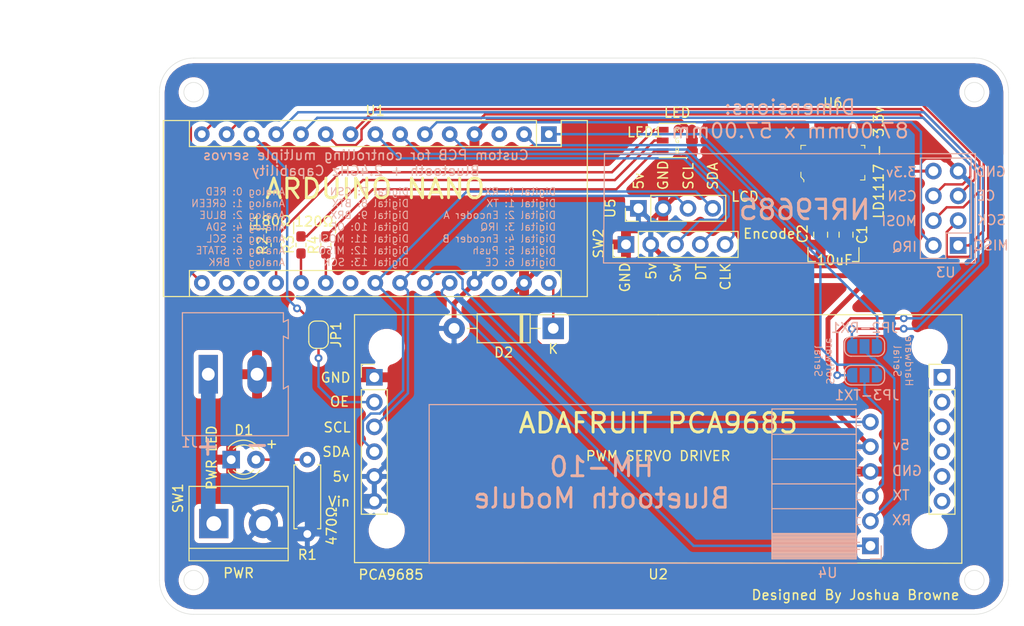
<source format=kicad_pcb>
(kicad_pcb (version 20171130) (host pcbnew "(5.1.4-0-10_14)")
  (layers (0 F.Cu signal) (31 B.Cu signal) (34 B.Paste user) (35 F.Paste user) (36 B.SilkS user) (37 F.SilkS user) (38 B.Mask user) (39 F.Mask user) (44 Edge.Cuts user))
  (net 0 "")
  (net 1 /Rx)
  (net 2 /3v3)
  (net 3 /Tx)
  (net 4 GND)
  (net 5 /OE)
  (net 6 /SDA)
  (net 7 /SCL)
  (net 8 /5v)
  (net 9 /MOSI)
  (net 10 /MISO)
  (net 11 /SCK)
  (net 12 "Net-(D1-Pad2)")
  (net 13 "Net-(J1-Pad1)")
  (net 14 /CSN)
  (net 15 /CE)
  (net 16 /EncoderA)
  (net 17 /EncoderB)
  (net 18 /Sw)
  (net 19 "Net-(JP1-Pad2)")
  (net 20 "Net-(U1-Pad17)")
  (net 21 "Net-(U1-Pad18)")
  (net 22 "Net-(U1-Pad3)")
  (net 23 "Net-(U1-Pad22)")
  (net 24 "Net-(U1-Pad28)")
  (net 25 "Net-(D2-Pad1)")
  (net 26 /BRX)
  (net 27 /BTX)
  (net 28 /State)
  (net 29 /Brk)
  (net 30 /IRQ)
  (net 31 "Net-(JP2-RX1-Pad2)")
  (net 32 "Net-(JP3-TX1-Pad2)")
  (net 33 /Red)
  (net 34 /Green)
  (net 35 /Blue)
  (net 36 "Net-(LED1-Pad6)")
  (net 37 "Net-(LED1-Pad4)")
  (net 38 "Net-(LED1-Pad5)")
  (module Module:Arduino_Nano (layer F.Cu) (at 136.7 79 270)
    (fp_text reference U1 (at -2.4 17.8 180) (layer F.SilkS))
    (fp_text value Arduino_Nano_v3.x)
    (pad 1 thru_hole rect (at 0 0 270) (size 1.6 1.6) (drill 0.8) (layers *.Cu *.Mask) (net 1 /Rx))
    (pad 17 thru_hole oval (at 15.24 33.02 270) (size 1.6 1.6) (drill 0.8) (layers *.Cu *.Mask) (net 20 "Net-(U1-Pad17)"))
    (pad 2 thru_hole oval (at 0 2.54 270) (size 1.6 1.6) (drill 0.8) (layers *.Cu *.Mask) (net 3 /Tx))
    (pad 18 thru_hole oval (at 15.24 30.48 270) (size 1.6 1.6) (drill 0.8) (layers *.Cu *.Mask) (net 21 "Net-(U1-Pad18)"))
    (pad 3 thru_hole oval (at 0 5.08 270) (size 1.6 1.6) (drill 0.8) (layers *.Cu *.Mask) (net 22 "Net-(U1-Pad3)"))
    (pad 19 thru_hole oval (at 15.24 27.94 270) (size 1.6 1.6) (drill 0.8) (layers *.Cu *.Mask) (net 33 /Red))
    (pad 4 thru_hole oval (at 0 7.62 270) (size 1.6 1.6) (drill 0.8) (layers *.Cu *.Mask) (net 4 GND))
    (pad 20 thru_hole oval (at 15.24 25.4 270) (size 1.6 1.6) (drill 0.8) (layers *.Cu *.Mask) (net 34 /Green))
    (pad 5 thru_hole oval (at 0 10.16 270) (size 1.6 1.6) (drill 0.8) (layers *.Cu *.Mask) (net 16 /EncoderA))
    (pad 21 thru_hole oval (at 15.24 22.86 270) (size 1.6 1.6) (drill 0.8) (layers *.Cu *.Mask) (net 35 /Blue))
    (pad 6 thru_hole oval (at 0 12.7 270) (size 1.6 1.6) (drill 0.8) (layers *.Cu *.Mask) (net 30 /IRQ))
    (pad 22 thru_hole oval (at 15.24 20.32 270) (size 1.6 1.6) (drill 0.8) (layers *.Cu *.Mask) (net 23 "Net-(U1-Pad22)"))
    (pad 7 thru_hole oval (at 0 15.24 270) (size 1.6 1.6) (drill 0.8) (layers *.Cu *.Mask) (net 17 /EncoderB))
    (pad 23 thru_hole oval (at 15.24 17.78 270) (size 1.6 1.6) (drill 0.8) (layers *.Cu *.Mask) (net 6 /SDA))
    (pad 8 thru_hole oval (at 0 17.78 270) (size 1.6 1.6) (drill 0.8) (layers *.Cu *.Mask) (net 18 /Sw))
    (pad 24 thru_hole oval (at 15.24 15.24 270) (size 1.6 1.6) (drill 0.8) (layers *.Cu *.Mask) (net 7 /SCL))
    (pad 9 thru_hole oval (at 0 20.32 270) (size 1.6 1.6) (drill 0.8) (layers *.Cu *.Mask) (net 15 /CE))
    (pad 25 thru_hole oval (at 15.24 12.7 270) (size 1.6 1.6) (drill 0.8) (layers *.Cu *.Mask) (net 28 /State))
    (pad 10 thru_hole oval (at 0 22.86 270) (size 1.6 1.6) (drill 0.8) (layers *.Cu *.Mask) (net 14 /CSN))
    (pad 26 thru_hole oval (at 15.24 10.16 270) (size 1.6 1.6) (drill 0.8) (layers *.Cu *.Mask) (net 29 /Brk))
    (pad 11 thru_hole oval (at 0 25.4 270) (size 1.6 1.6) (drill 0.8) (layers *.Cu *.Mask) (net 27 /BTX))
    (pad 27 thru_hole oval (at 15.24 7.62 270) (size 1.6 1.6) (drill 0.8) (layers *.Cu *.Mask) (net 8 /5v))
    (pad 12 thru_hole oval (at 0 27.94 270) (size 1.6 1.6) (drill 0.8) (layers *.Cu *.Mask) (net 26 /BRX))
    (pad 28 thru_hole oval (at 15.24 5.08 270) (size 1.6 1.6) (drill 0.8) (layers *.Cu *.Mask) (net 24 "Net-(U1-Pad28)"))
    (pad 13 thru_hole oval (at 0 30.48 270) (size 1.6 1.6) (drill 0.8) (layers *.Cu *.Mask) (net 5 /OE))
    (pad 29 thru_hole oval (at 15.24 2.54 270) (size 1.6 1.6) (drill 0.8) (layers *.Cu *.Mask) (net 4 GND))
    (pad 14 thru_hole oval (at 0 33.02 270) (size 1.6 1.6) (drill 0.8) (layers *.Cu *.Mask) (net 9 /MOSI))
    (pad 30 thru_hole oval (at 15.24 0 270) (size 1.6 1.6) (drill 0.8) (layers *.Cu *.Mask) (net 25 "Net-(D2-Pad1)"))
    (pad 15 thru_hole oval (at 0 35.56 270) (size 1.6 1.6) (drill 0.8) (layers *.Cu *.Mask) (net 10 /MISO))
    (pad 16 thru_hole oval (at 15.24 35.56 270) (size 1.6 1.6) (drill 0.8) (layers *.Cu *.Mask) (net 11 /SCK))
  )
  (module "Josh's Library:PCA9685" (layer F.Cu) (at 147.9 110.2)
    (fp_text reference U2 (at 0 13.9) (layer F.SilkS))
    (fp_text value PCA9685 (at -27.37 13.94) (layer F.SilkS))
    (fp_text user "ADAFRUIT PCA9685" (at 0 -1.5875) (layer F.SilkS) (effects (font (size 2 2) (thickness 0.3))))
    (fp_text user "PWM SERVO DRIVER" (at 0 1.778) (layer F.SilkS))
    (pad 1 thru_hole rect (at -29.083 -6.2865) (size 1.7 1.7) (drill 1) (layers *.Cu *.Mask) (net 4 GND))
    (pad 2 thru_hole oval (at -29.083 -3.7465) (size 1.7 1.7) (drill 1) (layers *.Cu *.Mask) (net 19 "Net-(JP1-Pad2)"))
    (pad 3 thru_hole oval (at -29.083 -1.2065) (size 1.7 1.7) (drill 1) (layers *.Cu *.Mask) (net 7 /SCL))
    (pad 4 thru_hole oval (at -29.083 1.3335) (size 1.7 1.7) (drill 1) (layers *.Cu *.Mask) (net 6 /SDA))
    (pad 5 thru_hole oval (at -29.083 3.8735) (size 1.7 1.7) (drill 1) (layers *.Cu *.Mask) (net 8 /5v))
    (pad 6 thru_hole oval (at -29.083 6.4135) (size 1.7 1.7) (drill 1) (layers *.Cu *.Mask) (net 8 /5v))
    (pad "" thru_hole oval (at 29.083 -3.7465) (size 1.7 1.7) (drill 1) (layers *.Cu *.Mask))
    (pad "" thru_hole rect (at 29.083 -6.2865) (size 1.7 1.7) (drill 1) (layers *.Cu *.Mask))
    (pad "" thru_hole oval (at 29.083 6.4135) (size 1.7 1.7) (drill 1) (layers *.Cu *.Mask))
    (pad "" thru_hole oval (at 29.083 3.8735) (size 1.7 1.7) (drill 1) (layers *.Cu *.Mask))
    (pad "" thru_hole oval (at 29.083 1.3335) (size 1.7 1.7) (drill 1) (layers *.Cu *.Mask))
    (pad "" thru_hole oval (at 29.083 -1.2065) (size 1.7 1.7) (drill 1) (layers *.Cu *.Mask))
    (pad "" np_thru_hole circle (at -27.813 -9.398) (size 2.7 2.7) (drill 2.7) (layers *.Cu *.Mask))
    (pad "" np_thru_hole circle (at -27.813 9.398) (size 2.7 2.7) (drill 2.7) (layers *.Cu *.Mask))
    (pad "" np_thru_hole circle (at 27.813 -9.398) (size 2.7 2.7) (drill 2.7) (layers *.Cu *.Mask))
    (pad "" np_thru_hole circle (at 27.813 9.4615) (size 2.7 2.7) (drill 2.7) (layers *.Cu *.Mask))
  )
  (module Connector_PinHeader_2.54mm:PinHeader_1x05_P2.54mm_Vertical (layer F.Cu) (at 144.6 90.3 90)
    (fp_text reference SW2 (at 0.1 -2.8 90) (layer F.SilkS))
    (fp_text value Rotary_Encoder_Switch)
    (pad 5 thru_hole rect (at 0 0 90) (size 1.7 1.7) (drill 1) (layers *.Cu *.Mask) (net 4 GND))
    (pad 2 thru_hole oval (at 0 2.54 90) (size 1.7 1.7) (drill 1) (layers *.Cu *.Mask) (net 8 /5v))
    (pad 4 thru_hole oval (at 0 5.08 90) (size 1.7 1.7) (drill 1) (layers *.Cu *.Mask) (net 18 /Sw))
    (pad 3 thru_hole oval (at 0 7.62 90) (size 1.7 1.7) (drill 1) (layers *.Cu *.Mask) (net 17 /EncoderB))
    (pad 1 thru_hole oval (at 0 10.16 90) (size 1.7 1.7) (drill 1) (layers *.Cu *.Mask) (net 16 /EncoderA))
  )
  (module Jumper:SolderJumper-3_P1.3mm_Open_RoundedPad1.0x1.5mm (layer B.Cu) (at 169.05 103.7)
    (fp_text reference JP3-TX1 (at 0.25 2.05) (layer B.SilkS) (effects (justify mirror)))
    (fp_text value Tx)
    (pad 1 smd custom (at -1.3 0) (size 1 0.5) (layers B.Cu B.Mask) (net 27 /BTX) (options (clearance outline) (anchor rect)) (primitives (gr_circle (center 0 -0.25) (end 0.5 -0.25) (width 0)) (gr_circle (center 0 0.25) (end 0.5 0.25) (width 0)) (gr_poly (pts (xy 0.55 0.75) (xy 0 0.75) (xy 0 -0.75) (xy 0.55 -0.75)) (width 0))))
    (pad 3 smd custom (at 1.3 0) (size 1 0.5) (layers B.Cu B.Mask) (net 3 /Tx) (options (clearance outline) (anchor rect)) (primitives (gr_circle (center 0 -0.25) (end 0.5 -0.25) (width 0)) (gr_circle (center 0 0.25) (end 0.5 0.25) (width 0)) (gr_poly (pts (xy -0.55 0.75) (xy 0 0.75) (xy 0 -0.75) (xy -0.55 -0.75)) (width 0))))
    (pad 2 smd rect (at 0 0) (size 1 1.5) (layers B.Cu B.Mask) (net 32 "Net-(JP3-TX1-Pad2)"))
  )
  (module Jumper:SolderJumper-3_P1.3mm_Open_RoundedPad1.0x1.5mm (layer B.Cu) (at 169.05 100.75)
    (fp_text reference JP2-RX1 (at 0 -1.9) (layer B.SilkS) (effects (justify mirror)))
    (fp_text value Rx)
    (pad 1 smd custom (at -1.3 0) (size 1 0.5) (layers B.Cu B.Mask) (net 26 /BRX) (options (clearance outline) (anchor rect)) (primitives (gr_circle (center 0 -0.25) (end 0.5 -0.25) (width 0)) (gr_circle (center 0 0.25) (end 0.5 0.25) (width 0)) (gr_poly (pts (xy 0.55 0.75) (xy 0 0.75) (xy 0 -0.75) (xy 0.55 -0.75)) (width 0))))
    (pad 3 smd custom (at 1.3 0) (size 1 0.5) (layers B.Cu B.Mask) (net 1 /Rx) (options (clearance outline) (anchor rect)) (primitives (gr_circle (center 0 -0.25) (end 0.5 -0.25) (width 0)) (gr_circle (center 0 0.25) (end 0.5 0.25) (width 0)) (gr_poly (pts (xy -0.55 0.75) (xy 0 0.75) (xy 0 -0.75) (xy -0.55 -0.75)) (width 0))))
    (pad 2 smd rect (at 0 0) (size 1 1.5) (layers B.Cu B.Mask) (net 31 "Net-(JP2-RX1-Pad2)"))
  )
  (module Resistor_THT:R_Axial_DIN0207_L6.3mm_D2.5mm_P7.62mm_Horizontal (layer F.Cu) (at 111.95 112.35 270)
    (fp_text reference R1 (at 9.75 0 180) (layer F.SilkS))
    (fp_text value 470Ω (at 6.8 -2.5 90) (layer F.SilkS))
    (pad 1 thru_hole circle (at 0 0 270) (size 1.6 1.6) (drill 0.8) (layers *.Cu *.Mask) (net 12 "Net-(D1-Pad2)"))
    (pad 2 thru_hole oval (at 7.62 0 270) (size 1.6 1.6) (drill 0.8) (layers *.Cu *.Mask) (net 8 /5v))
  )
  (module TerminalBlock:TerminalBlock_bornier-2_P5.08mm (layer F.Cu) (at 102.37 118.9)
    (fp_text reference SW1 (at -3.67 -2.6 90) (layer F.SilkS))
    (fp_text value PWR (at 2.54 5.08) (layer F.SilkS))
    (pad 1 thru_hole rect (at 0 0) (size 3 3) (drill 1.52) (layers *.Cu *.Mask) (net 13 "Net-(J1-Pad1)"))
    (pad 2 thru_hole circle (at 5.08 0) (size 3 3) (drill 1.52) (layers *.Cu *.Mask) (net 8 /5v))
  )
  (module TerminalBlock:TerminalBlock_Altech_AK300-2_P5.00mm (layer B.Cu) (at 101.8 103.6)
    (fp_text reference J1 (at -1.92 6.99) (layer B.SilkS) (effects (justify mirror)))
    (fp_text value Barrel_Jack)
    (pad 1 thru_hole rect (at 0 0) (size 1.98 3.96) (drill 1.32) (layers *.Cu *.Mask) (net 13 "Net-(J1-Pad1)"))
    (pad 2 thru_hole oval (at 5 0) (size 1.98 3.96) (drill 1.32) (layers *.Cu *.Mask) (net 4 GND))
  )
  (module "Josh's Library:HM-10" (layer B.Cu) (at 169.6485 121.1855)
    (fp_text reference U4 (at -4.38 2.77) (layer B.SilkS) (effects (justify mirror)))
    (fp_text value HM-10)
    (pad 1 thru_hole oval (at 0 -12.7) (size 1.7 1.7) (drill 1) (layers *.Cu *.Mask) (net 28 /State))
    (pad 2 thru_hole oval (at 0 -10.16) (size 1.7 1.7) (drill 1) (layers *.Cu *.Mask) (net 8 /5v))
    (pad 3 thru_hole oval (at 0 -7.62) (size 1.7 1.7) (drill 1) (layers *.Cu *.Mask) (net 4 GND))
    (pad 4 thru_hole oval (at 0 -5.08) (size 1.7 1.7) (drill 1) (layers *.Cu *.Mask) (net 32 "Net-(JP3-TX1-Pad2)"))
    (pad 5 thru_hole oval (at 0 -2.54) (size 1.7 1.7) (drill 1) (layers *.Cu *.Mask) (net 31 "Net-(JP2-RX1-Pad2)"))
    (pad 6 thru_hole rect (at 0 0 180) (size 1.7 1.7) (drill 1) (layers *.Cu *.Mask) (net 29 /Brk))
  )
  (module Connector_PinSocket_2.54mm:PinSocket_2x04_P2.54mm_Vertical (layer B.Cu) (at 178.64 90.4)
    (fp_text reference U3 (at -1.27 2.77) (layer B.SilkS) (effects (justify mirror)))
    (fp_text value Nrf24l01)
    (pad 7 thru_hole rect (at 0 0) (size 1.7 1.7) (drill 1) (layers *.Cu *.Mask) (net 10 /MISO))
    (pad 8 thru_hole oval (at -2.54 0) (size 1.7 1.7) (drill 1) (layers *.Cu *.Mask) (net 30 /IRQ))
    (pad 5 thru_hole oval (at 0 -2.54) (size 1.7 1.7) (drill 1) (layers *.Cu *.Mask) (net 11 /SCK))
    (pad 6 thru_hole oval (at -2.54 -2.54) (size 1.7 1.7) (drill 1) (layers *.Cu *.Mask) (net 9 /MOSI))
    (pad 3 thru_hole oval (at 0 -5.08) (size 1.7 1.7) (drill 1) (layers *.Cu *.Mask) (net 15 /CE))
    (pad 4 thru_hole oval (at -2.54 -5.08) (size 1.7 1.7) (drill 1) (layers *.Cu *.Mask) (net 14 /CSN))
    (pad 1 thru_hole oval (at 0 -7.62) (size 1.7 1.7) (drill 1) (layers *.Cu *.Mask) (net 4 GND))
    (pad 2 thru_hole oval (at -2.54 -7.62) (size 1.7 1.7) (drill 1) (layers *.Cu *.Mask) (net 2 /3v3))
  )
  (module LED_THT:LED_D3.0mm (layer F.Cu) (at 104.15 112.35)
    (fp_text reference D1 (at 1.3 -3.02) (layer F.SilkS))
    (fp_text value "PWR LED" (at -2 -0.2 90) (layer F.SilkS))
    (pad 1 thru_hole rect (at 0 0) (size 1.8 1.8) (drill 0.9) (layers *.Cu *.Mask) (net 4 GND))
    (pad 2 thru_hole circle (at 2.54 0) (size 1.8 1.8) (drill 0.9) (layers *.Cu *.Mask) (net 12 "Net-(D1-Pad2)"))
  )
  (module Jumper:SolderJumper-2_P1.3mm_Open_RoundedPad1.0x1.5mm (layer F.Cu) (at 113.1 99.55 270)
    (fp_text reference JP1 (at 0 -1.8 90) (layer F.SilkS))
    (fp_text value "Enable OE")
    (pad 1 smd custom (at -0.65 0 270) (size 1 0.5) (layers F.Cu F.Mask) (net 5 /OE) (options (clearance outline) (anchor rect)) (primitives (gr_circle (center 0 0.25) (end 0.5 0.25) (width 0)) (gr_circle (center 0 -0.25) (end 0.5 -0.25) (width 0)) (gr_poly (pts (xy 0 -0.75) (xy 0.5 -0.75) (xy 0.5 0.75) (xy 0 0.75)) (width 0))))
    (pad 2 smd custom (at 0.65 0 270) (size 1 0.5) (layers F.Cu F.Mask) (net 19 "Net-(JP1-Pad2)") (options (clearance outline) (anchor rect)) (primitives (gr_circle (center 0 0.25) (end 0.5 0.25) (width 0)) (gr_circle (center 0 -0.25) (end 0.5 -0.25) (width 0)) (gr_poly (pts (xy 0 -0.75) (xy -0.5 -0.75) (xy -0.5 0.75) (xy 0 0.75)) (width 0))))
  )
  (module digikey-footprints:SOT-223 (layer F.Cu) (at 165.8 81.92)
    (fp_text reference U6 (at 0 -6.1) (layer F.SilkS))
    (fp_text value "LD1117 - 3.3v" (at 4.7 -0.02 90) (layer F.SilkS))
    (pad 3 smd rect (at 2.3 3.15) (size 1.5 2.2) (layers F.Cu F.Paste F.Mask) (net 8 /5v))
    (pad 2 smd rect (at 0 3.15) (size 1.5 2.2) (layers F.Cu F.Paste F.Mask) (net 2 /3v3))
    (pad 1 smd rect (at -2.3 3.15) (size 1.5 2.2) (layers F.Cu F.Paste F.Mask) (net 4 GND))
    (pad 4 smd rect (at 0 -3.15) (size 3.8 2.2) (layers F.Cu F.Paste F.Mask))
  )
  (module Connector_PinHeader_2.54mm:PinHeader_1x04_P2.54mm_Vertical (layer F.Cu) (at 145.875 86.6 90)
    (fp_text reference U5 (at 0 -2.875 90) (layer F.SilkS))
    (fp_text value "I2C LCD")
    (pad 1 thru_hole rect (at 0 0 90) (size 1.7 1.7) (drill 1) (layers *.Cu *.Mask) (net 8 /5v))
    (pad 2 thru_hole oval (at 0 2.54 90) (size 1.7 1.7) (drill 1) (layers *.Cu *.Mask) (net 4 GND))
    (pad 3 thru_hole oval (at 0 5.08 90) (size 1.7 1.7) (drill 1) (layers *.Cu *.Mask) (net 7 /SCL))
    (pad 4 thru_hole oval (at 0 7.62 90) (size 1.7 1.7) (drill 1) (layers *.Cu *.Mask) (net 6 /SDA))
  )
  (module Diode_THT:D_DO-41_SOD81_P10.16mm_Horizontal (layer F.Cu) (at 137.15 98.9 180)
    (fp_text reference D2 (at 5.08 -2.47) (layer F.SilkS))
    (fp_text value D)
    (fp_text user K (at 0 -2.1) (layer F.SilkS))
    (pad 1 thru_hole rect (at 0 0 180) (size 2.2 2.2) (drill 1.1) (layers *.Cu *.Mask) (net 25 "Net-(D2-Pad1)"))
    (pad 2 thru_hole oval (at 10.16 0 180) (size 2.2 2.2) (drill 1.1) (layers *.Cu *.Mask) (net 8 /5v))
  )
  (module "Josh's Library:RGB LED" (layer F.Cu) (at 149.85 82.85 180)
    (fp_text reference LED1 (at 3.3 4.05) (layer F.SilkS))
    (fp_text value LED_RGB)
    (fp_text user B (at 0 2.15) (layer F.SilkS) (effects (font (size 0.5 0.5) (thickness 0.075))))
    (fp_text user G (at 0 3.2) (layer F.SilkS) (effects (font (size 0.5 0.5) (thickness 0.075))))
    (fp_text user R (at 0 4.3) (layer F.SilkS) (effects (font (size 0.5 0.5) (thickness 0.075))))
    (pad 1 smd rect (at -1.5145 2.1 180) (size 1.2 0.6) (layers F.Cu F.Paste F.Mask) (net 4 GND))
    (pad 2 smd rect (at -1.5145 3.2 180) (size 1.2 0.6) (layers F.Cu F.Paste F.Mask) (net 4 GND))
    (pad 3 smd rect (at -1.5145 4.3 180) (size 1.2 0.6) (layers F.Cu F.Paste F.Mask) (net 4 GND))
    (pad 6 smd rect (at 1.4855 2.1 180) (size 1.2 0.6) (layers F.Cu F.Paste F.Mask) (net 36 "Net-(LED1-Pad6)"))
    (pad 4 smd rect (at 1.4855 4.3 180) (size 1.2 0.6) (layers F.Cu F.Paste F.Mask) (net 37 "Net-(LED1-Pad4)"))
    (pad 5 smd rect (at 1.4855 3.2 180) (size 1.2 0.6) (layers F.Cu F.Paste F.Mask) (net 38 "Net-(LED1-Pad5)"))
  )
  (module Resistor_SMD:R_0603_1608Metric_Pad1.05x0.95mm_HandSolder (layer F.Cu) (at 108.75 90.35 270)
    (fp_text reference R2 (at 0.05 1.4 90) (layer F.SilkS))
    (fp_text value 180Ω (at -2.45 0.45 180) (layer F.SilkS))
    (pad 1 smd roundrect (at -0.875 0 270) (size 1.05 0.95) (layers F.Cu F.Paste F.Mask) (net 37 "Net-(LED1-Pad4)"))
    (pad 2 smd roundrect (at 0.875 0 270) (size 1.05 0.95) (layers F.Cu F.Paste F.Mask) (net 33 /Red))
  )
  (module Resistor_SMD:R_0603_1608Metric_Pad1.05x0.95mm_HandSolder (layer F.Cu) (at 111.3 90.35 270)
    (fp_text reference R3 (at -0.05 1.25 90) (layer F.SilkS))
    (fp_text value 120Ω)
    (pad 2 smd roundrect (at 0.875 0 270) (size 1.05 0.95) (layers F.Cu F.Paste F.Mask) (net 34 /Green))
    (pad 1 smd roundrect (at -0.875 0 270) (size 1.05 0.95) (layers F.Cu F.Paste F.Mask) (net 38 "Net-(LED1-Pad5)"))
  )
  (module Resistor_SMD:R_0603_1608Metric_Pad1.05x0.95mm_HandSolder (layer F.Cu) (at 113.85 90.35 270)
    (fp_text reference R4 (at 0 1.25 90) (layer F.SilkS))
    (fp_text value 120Ω (at -2.4 1.2 180) (layer F.SilkS))
    (pad 1 smd roundrect (at -0.875 0 270) (size 1.05 0.95) (layers F.Cu F.Paste F.Mask) (net 36 "Net-(LED1-Pad6)"))
    (pad 2 smd roundrect (at 0.875 0 270) (size 1.05 0.95) (layers F.Cu F.Paste F.Mask) (net 35 /Blue))
  )
  (module Capacitor_SMD:C_0805_2012Metric_Pad1.15x1.40mm_HandSolder (layer F.Cu) (at 167.15 89.3 270)
    (fp_text reference C1 (at 0 -1.65 90) (layer F.SilkS))
    (fp_text value 10uF)
    (pad 1 smd roundrect (at -1.025 0 270) (size 1.15 1.4) (layers F.Cu F.Paste F.Mask) (roundrect_rratio 0.217391) (net 8 /5v))
    (pad 2 smd roundrect (at 1.025 0 270) (size 1.15 1.4) (layers F.Cu F.Paste F.Mask) (roundrect_rratio 0.217391) (net 4 GND))
  )
  (module Capacitor_SMD:C_0805_2012Metric_Pad1.15x1.40mm_HandSolder (layer F.Cu) (at 164.55 89.3 270)
    (fp_text reference C2 (at -0.1 1.85 90) (layer F.SilkS))
    (fp_text value 10uF (at 2.6 -1.425 180) (layer F.SilkS))
    (pad 1 smd roundrect (at -1.025 0 270) (size 1.15 1.4) (layers F.Cu F.Paste F.Mask) (roundrect_rratio 0.217391) (net 2 /3v3))
    (pad 2 smd roundrect (at 1.025 0 270) (size 1.15 1.4) (layers F.Cu F.Paste F.Mask) (roundrect_rratio 0.217391) (net 4 GND))
  )
  (gr_text "Designed By Joshua Browne" (at 168.12 126.22) (layer F.SilkS) (effects (font (size 1 1))))
  (gr_line (start 163.25 92.05) (end 163.25 90.6) (layer F.SilkS) (width 0.12))
  (gr_line (start 164.025 92.05) (end 163.25 92.05) (layer F.SilkS) (width 0.12))
  (gr_line (start 168.475 92.05) (end 168.475 90.625) (layer F.SilkS) (width 0.12))
  (gr_line (start 167.8 92.05) (end 168.475 92.05) (layer F.SilkS) (width 0.12))
  (gr_text LED (at 149.85 76.8) (layer F.SilkS) (effects (font (size 1 1))))
  (gr_line (start 107.75 88.7) (end 107.75 89.1) (layer F.SilkS) (width 0.12))
  (gr_line (start 106.15 88.7) (end 107.75 88.7) (layer F.SilkS) (width 0.12))
  (gr_line (start 106.15 88.05) (end 106.15 88.7) (layer F.SilkS) (width 0.12))
  (gr_line (start 114.85 87.95) (end 114.85 89.15) (layer F.SilkS) (width 0.12))
  (gr_line (start 110.55 88) (end 110.55 89.2) (layer F.SilkS) (width 0.12))
  (gr_text "HM-10\nBluetooth Module" (at 142.1 114.7005) (layer B.SilkS) (effects (font (size 2 2) (thickness 0.3)) (justify mirror)))
  (gr_text DT (at 152.3 94.1 90) (layer F.SilkS) (effects (font (size 1 1)) (justify left)))
  (gr_text "Hardware\nSerial" (at 173 102.25 270) (layer B.SilkS) (effects (font (size 0.75 0.75) (thickness 0.1)) (justify mirror)))
  (gr_text "Software\nSerial" (at 164.9 102.25 270) (layer B.SilkS) (effects (font (size 0.75 0.75) (thickness 0.1)) (justify mirror)))
  (gr_text "Digital 7: CSN\nDigital 8: BTX\nDigital 9: BRX\nDigital 10: OE\nDigital 11: MOSI\nDigital 12: MISO\nDigital 13: SCK" (at 122.434285 88.50625) (layer B.SilkS) (effects (font (size 0.75 0.75) (thickness 0.1)) (justify left mirror)))
  (gr_text GND (at 182 82.85) (layer B.SilkS) (effects (font (size 1 1)) (justify mirror)))
  (gr_text - (at 106.8 110.75) (layer B.SilkS) (effects (font (size 2 2) (thickness 0.3))))
  (gr_text + (at 101.75 110.9) (layer B.SilkS) (effects (font (size 2 2) (thickness 0.3))))
  (gr_text "Dimensions:\n87.00mm x 57.00mm" (at 161.4 77.45) (layer B.SilkS) (effects (font (size 1.5 1.5) (thickness 0.2)) (justify mirror)))
  (gr_arc (start 100.3 74.7) (end 100.3 71.2) (angle -90) (layer Edge.Cuts) (width 0.05))
  (gr_text Vin (at 115.2 116.65) (layer F.SilkS) (effects (font (size 1 1))))
  (gr_text 5v (at 115.4 114.1) (layer F.SilkS) (effects (font (size 1 1))))
  (gr_text SDA (at 114.9 111.55) (layer F.SilkS) (effects (font (size 1 1))))
  (gr_text SCL (at 115 109.05) (layer F.SilkS) (effects (font (size 1 1))))
  (gr_text OE (at 115.25 106.4) (layer F.SilkS) (effects (font (size 1 1))))
  (gr_text GND (at 114.85 103.95) (layer F.SilkS) (effects (font (size 1 1))))
  (gr_text RX (at 172.85 118.55) (layer B.SilkS) (effects (font (size 1 1)) (justify mirror)))
  (gr_text TX (at 172.8 116) (layer B.SilkS) (effects (font (size 1 1)) (justify mirror)))
  (gr_text GND (at 173.4 113.5) (layer B.SilkS) (effects (font (size 1 1)) (justify mirror)))
  (gr_text 5v (at 172.8 110.85) (layer B.SilkS) (effects (font (size 1 1)) (justify mirror)))
  (gr_text IRQ (at 173.15 90.55) (layer B.SilkS) (effects (font (size 1 1)) (justify mirror)))
  (gr_text MOSI (at 172.6 87.9) (layer B.SilkS) (effects (font (size 1 1)) (justify mirror)))
  (gr_text MISO (at 182 90.4) (layer B.SilkS) (effects (font (size 1 1)) (justify mirror)))
  (gr_text SCK (at 182.05 87.8) (layer B.SilkS) (effects (font (size 1 1)) (justify mirror)))
  (gr_text CE (at 181.5 85.3) (layer B.SilkS) (effects (font (size 1 1)) (justify mirror)))
  (gr_text CSN (at 171.3 85.35) (layer B.SilkS) (effects (font (size 1 1)) (justify right mirror)))
  (gr_text 3.3v (at 171.15 82.9) (layer B.SilkS) (effects (font (size 1 1)) (justify right mirror)))
  (gr_text "Analog 0: RED\nAnalog 1: GREEN\nAnalog 2: BLUE\nAnalog 4: SDA\nAnalog 5: SCL\nAnalog 6: STATE\nAnalog 7 BRK" (at 109.725714 88.50625) (layer B.SilkS) (effects (font (size 0.75 0.75) (thickness 0.1)) (justify left mirror)))
  (gr_text "Digital 0: RX\nDigital 1: TX\nDigital 2: Encoder A\nDigital 3: IRQ\nDigital 4: Encoder B\nDigital 5: Push\nDigital 6: CE" (at 137.5 88.50625) (layer B.SilkS) (effects (font (size 0.75 0.75) (thickness 0.1)) (justify left mirror)))
  (gr_text "Custom PCB for controlling multiple servos\nBluetooth + 2.4GHz Capability\n" (at 117.95 81.95) (layer B.SilkS) (effects (font (size 1 1)) (justify mirror)))
  (gr_text NRF9685 (at 162.9 86.75) (layer B.SilkS) (effects (font (size 2 2) (thickness 0.3)) (justify mirror)))
  (gr_line (start 142.3 92.2) (end 142.4 81) (layer B.SilkS) (width 0.12))
  (gr_line (start 180.4 92.2) (end 142.3 92.2) (layer B.SilkS) (width 0.12))
  (gr_line (start 180.4 81) (end 180.4 92.2) (layer B.SilkS) (width 0.12))
  (gr_line (start 180.4 81) (end 142.4 81) (layer B.SilkS) (width 0.12))
  (gr_text SDA (at 153.5 83.3 90) (layer F.SilkS) (effects (font (size 1 1))))
  (gr_text SCL (at 151 83.3 90) (layer F.SilkS) (effects (font (size 1 1))))
  (gr_text GND (at 148.4 83.2 90) (layer F.SilkS) (effects (font (size 1 1))))
  (gr_text 5v (at 145.9 83.8 90) (layer F.SilkS) (effects (font (size 1 1))))
  (gr_text LCD (at 156.8 85.4) (layer F.SilkS) (effects (font (size 1 1))))
  (gr_text Encoder (at 159.6 89.2) (layer F.SilkS) (effects (font (size 1 1))))
  (gr_text CLK (at 154.8 95.1 90) (layer F.SilkS) (effects (font (size 1 1)) (justify left)))
  (gr_text Sw (at 149.7 94.3 90) (layer F.SilkS) (effects (font (size 1 1)) (justify left)))
  (gr_text 5v (at 147.2 94 90) (layer F.SilkS) (effects (font (size 1 1)) (justify left)))
  (gr_text GND (at 144.5 95.3 90) (layer F.SilkS) (effects (font (size 1 1)) (justify left)))
  (gr_text + (at 108.3 110.7) (layer F.SilkS) (effects (font (size 1 1))))
  (gr_text "ARDUINO NANO" (at 118.9 84.6) (layer F.SilkS) (effects (font (size 2 2) (thickness 0.3))))
  (gr_arc (start 100.3 124.7) (end 96.8 124.7) (angle -90) (layer Edge.Cuts) (width 0.05))
  (gr_arc (start 180.3 124.7) (end 180.3 128.2) (angle -90) (layer Edge.Cuts) (width 0.05))
  (gr_arc (start 180.3 74.7) (end 183.8 74.7) (angle -90) (layer Edge.Cuts) (width 0.05))
  (gr_circle (center 100.3 124.7) (end 101.3 124.7) (layer Edge.Cuts) (width 0.05))
  (gr_circle (center 180.3 74.7) (end 181.3 74.7) (layer Edge.Cuts) (width 0.05))
  (gr_circle (center 180.3 124.7) (end 181.3 124.7) (layer Edge.Cuts) (width 0.05))
  (gr_circle (center 100.3 74.7) (end 101.3 74.7) (layer Edge.Cuts) (width 0.05))
  (gr_line (start 183.8 124.7) (end 183.8 74.7) (layer Edge.Cuts) (width 0.05))
  (gr_line (start 100.3 128.2) (end 180.3 128.2) (layer Edge.Cuts) (width 0.05))
  (gr_line (start 96.8 74.7) (end 96.8 124.7) (layer Edge.Cuts) (width 0.05))
  (gr_line (start 100.3 71.2) (end 180.3 71.2) (layer Edge.Cuts) (width 0.05))
  (segment (start 157.350022 84.048609) (end 164.975012 91.673599) (width 0.25) (layer B.Cu) (net 1))
  (segment (start 164.975012 91.673599) (end 164.975012 92.310008) (width 0.25) (layer B.Cu) (net 1))
  (segment (start 170.35 97.684998) (end 170.35 100.752408) (width 0.25) (layer B.Cu) (net 1))
  (segment (start 157.350022 84.048609) (end 157.348609 84.048609) (width 0.25) (layer B.Cu) (net 1))
  (segment (start 152.3 79) (end 136.7 79) (width 0.25) (layer B.Cu) (net 1))
  (segment (start 157.348609 84.048609) (end 152.3 79) (width 0.25) (layer B.Cu) (net 1))
  (segment (start 164.975012 92.310008) (end 170.35 97.684998) (width 0.25) (layer B.Cu) (net 1))
  (segment (start 174.897919 82.78) (end 174.877919 82.8) (width 0.3) (layer F.Cu) (net 2))
  (segment (start 176.1 82.78) (end 174.897919 82.78) (width 0.3) (layer F.Cu) (net 2))
  (segment (start 165.8 84.72) (end 165.8 85.07) (width 0.3) (layer F.Cu) (net 2))
  (segment (start 167.72 82.8) (end 165.8 84.72) (width 0.3) (layer F.Cu) (net 2))
  (segment (start 174.877919 82.8) (end 167.72 82.8) (width 0.3) (layer F.Cu) (net 2))
  (segment (start 165.8 87.025) (end 164.55 88.275) (width 0.3) (layer F.Cu) (net 2))
  (segment (start 165.8 85.07) (end 165.8 87.025) (width 0.3) (layer F.Cu) (net 2))
  (segment (start 166.274999 102.624999) (end 170.051927 102.624999) (width 0.25) (layer B.Cu) (net 3))
  (segment (start 170.051927 102.624999) (end 170.35 102.923072) (width 0.25) (layer B.Cu) (net 3))
  (segment (start 134.16 79) (end 135.285001 80.125001) (width 0.25) (layer B.Cu) (net 3))
  (segment (start 170.35 102.923072) (end 170.35 103.7) (width 0.25) (layer B.Cu) (net 3))
  (segment (start 135.285001 80.125001) (end 152.788591 80.125001) (width 0.25) (layer B.Cu) (net 3))
  (segment (start 164.525001 91.859999) (end 164.525001 100.875001) (width 0.25) (layer B.Cu) (net 3))
  (segment (start 152.788591 80.125001) (end 157.162209 84.49862) (width 0.25) (layer B.Cu) (net 3))
  (segment (start 164.525001 100.875001) (end 166.274999 102.624999) (width 0.25) (layer B.Cu) (net 3))
  (segment (start 157.162209 84.49862) (end 157.163622 84.49862) (width 0.25) (layer B.Cu) (net 3))
  (segment (start 157.163622 84.49862) (end 164.525001 91.859999) (width 0.25) (layer B.Cu) (net 3))
  (segment (start 118.5035 103.6) (end 118.817 103.9135) (width 0.5) (layer F.Cu) (net 4))
  (segment (start 106.8 103.6) (end 118.5035 103.6) (width 1.5) (layer F.Cu) (net 4))
  (segment (start 105.31 103.6) (end 104.15 104.76) (width 0.5) (layer F.Cu) (net 4))
  (segment (start 104.15 110.95) (end 104.15 112.35) (width 0.5) (layer F.Cu) (net 4))
  (segment (start 104.15 104.76) (end 104.15 110.95) (width 0.5) (layer F.Cu) (net 4))
  (segment (start 106.8 103.6) (end 105.31 103.6) (width 0.5) (layer F.Cu) (net 4))
  (segment (start 124.4865 103.9135) (end 134.16 94.24) (width 0.5) (layer F.Cu) (net 4))
  (segment (start 118.817 103.9135) (end 124.4865 103.9135) (width 0.5) (layer F.Cu) (net 4))
  (segment (start 134.16 99.100002) (end 141 105.5) (width 0.5) (layer F.Cu) (net 4))
  (segment (start 134.16 94.24) (end 134.16 99.100002) (width 0.5) (layer F.Cu) (net 4))
  (segment (start 138.1 90.3) (end 144.6 90.3) (width 0.5) (layer F.Cu) (net 4))
  (segment (start 134.16 94.24) (end 138.1 90.3) (width 0.5) (layer F.Cu) (net 4))
  (segment (start 144.650001 88.899999) (end 146.115001 88.899999) (width 0.5) (layer F.Cu) (net 4))
  (segment (start 147.565001 87.449999) (end 148.415 86.6) (width 0.5) (layer F.Cu) (net 4))
  (segment (start 146.115001 88.899999) (end 147.565001 87.449999) (width 0.5) (layer F.Cu) (net 4))
  (segment (start 144.6 88.95) (end 144.650001 88.899999) (width 0.5) (layer F.Cu) (net 4))
  (segment (start 144.6 90.3) (end 144.6 88.95) (width 0.5) (layer F.Cu) (net 4))
  (segment (start 149.945 85.07) (end 163.5 85.07) (width 0.5) (layer F.Cu) (net 4))
  (segment (start 148.415 86.6) (end 149.945 85.07) (width 0.5) (layer F.Cu) (net 4))
  (segment (start 177.790001 81.930001) (end 178.64 82.78) (width 0.5) (layer F.Cu) (net 4))
  (segment (start 177.239999 81.379999) (end 177.790001 81.930001) (width 0.5) (layer F.Cu) (net 4))
  (segment (start 166.840001 81.379999) (end 177.239999 81.379999) (width 0.5) (layer F.Cu) (net 4))
  (segment (start 163.5 84.72) (end 166.840001 81.379999) (width 0.5) (layer F.Cu) (net 4))
  (segment (start 163.5 85.07) (end 163.5 84.72) (width 0.5) (layer F.Cu) (net 4))
  (segment (start 141 105.5) (end 141 105.55) (width 0.5) (layer F.Cu) (net 4))
  (segment (start 149.0155 113.5655) (end 169.6485 113.5655) (width 0.5) (layer F.Cu) (net 4))
  (segment (start 141 105.55) (end 149.0155 113.5655) (width 0.5) (layer F.Cu) (net 4))
  (segment (start 180.040001 84.180001) (end 180.040001 91.690001) (width 0.5) (layer B.Cu) (net 4))
  (segment (start 180.040001 91.690001) (end 179.530002 92.2) (width 0.5) (layer B.Cu) (net 4))
  (segment (start 178.64 82.78) (end 180.040001 84.180001) (width 0.5) (layer B.Cu) (net 4))
  (segment (start 151.0645 80.75) (end 151.3645 80.75) (width 0.5) (layer F.Cu) (net 4))
  (segment (start 148.415 83.3995) (end 151.0645 80.75) (width 0.5) (layer F.Cu) (net 4))
  (segment (start 148.415 86.6) (end 148.415 83.3995) (width 0.5) (layer F.Cu) (net 4))
  (segment (start 151.3645 78.55) (end 151.3645 80.75) (width 0.5) (layer F.Cu) (net 4))
  (segment (start 151.0645 78.55) (end 150.164499 77.649999) (width 0.5) (layer F.Cu) (net 4))
  (segment (start 130.430001 77.649999) (end 129.879999 78.200001) (width 0.5) (layer F.Cu) (net 4))
  (segment (start 129.879999 78.200001) (end 129.08 79) (width 0.5) (layer F.Cu) (net 4))
  (segment (start 150.164499 77.649999) (end 130.430001 77.649999) (width 0.5) (layer F.Cu) (net 4))
  (segment (start 151.3645 78.55) (end 151.0645 78.55) (width 0.5) (layer F.Cu) (net 4))
  (segment (start 167.15 90.325) (end 164.55 90.325) (width 0.5) (layer F.Cu) (net 4))
  (segment (start 163.29999 86.50001) (end 163.5 86.3) (width 0.5) (layer F.Cu) (net 4))
  (segment (start 163.75 90.325) (end 163.29999 89.87499) (width 0.5) (layer F.Cu) (net 4))
  (segment (start 164.55 90.325) (end 163.75 90.325) (width 0.5) (layer F.Cu) (net 4))
  (segment (start 163.5 86.3) (end 163.5 85.07) (width 0.5) (layer F.Cu) (net 4))
  (segment (start 163.29999 89.87499) (end 163.29999 86.50001) (width 0.5) (layer F.Cu) (net 4))
  (segment (start 113.1 98.9) (end 111.05 96.85) (width 0.25) (layer F.Cu) (net 5))
  (segment (start 111.05 96.85) (end 110.9 96.85) (width 0.25) (layer F.Cu) (net 5))
  (segment (start 110.9 96.85) (end 110.9 96.85) (width 0.25) (layer F.Cu) (net 5))
  (via (at 110.9 96.85) (size 0.8) (drill 0.4) (layers F.Cu B.Cu) (net 5))
  (segment (start 109.885001 95.835001) (end 110.9 96.85) (width 0.25) (layer B.Cu) (net 5))
  (segment (start 109.885001 82.665001) (end 109.885001 95.835001) (width 0.25) (layer B.Cu) (net 5))
  (segment (start 106.22 79) (end 109.885001 82.665001) (width 0.25) (layer B.Cu) (net 5))
  (segment (start 153.495 86.6) (end 151.769988 84.874988) (width 0.25) (layer B.Cu) (net 6))
  (segment (start 128.285012 84.874988) (end 119.719999 93.440001) (width 0.25) (layer B.Cu) (net 6))
  (segment (start 151.769988 84.874988) (end 128.285012 84.874988) (width 0.25) (layer B.Cu) (net 6))
  (segment (start 119.719999 93.440001) (end 118.92 94.24) (width 0.25) (layer B.Cu) (net 6))
  (segment (start 117.641999 108.429499) (end 117.641999 110.358499) (width 0.25) (layer B.Cu) (net 6))
  (segment (start 117.641999 110.358499) (end 118.817 111.5335) (width 0.25) (layer B.Cu) (net 6))
  (segment (start 119.381001 107.628501) (end 118.442997 107.628501) (width 0.25) (layer B.Cu) (net 6))
  (segment (start 121.762001 105.247501) (end 119.381001 107.628501) (width 0.25) (layer B.Cu) (net 6))
  (segment (start 121.762001 97.082001) (end 121.762001 105.247501) (width 0.25) (layer B.Cu) (net 6))
  (segment (start 118.442997 107.628501) (end 117.641999 108.429499) (width 0.25) (layer B.Cu) (net 6))
  (segment (start 118.92 94.24) (end 121.762001 97.082001) (width 0.25) (layer B.Cu) (net 6))
  (segment (start 122.259999 93.440001) (end 121.46 94.24) (width 0.25) (layer B.Cu) (net 7))
  (segment (start 130.375001 85.324999) (end 122.259999 93.440001) (width 0.25) (layer B.Cu) (net 7))
  (segment (start 149.679999 85.324999) (end 130.375001 85.324999) (width 0.25) (layer B.Cu) (net 7))
  (segment (start 150.955 86.6) (end 149.679999 85.324999) (width 0.25) (layer B.Cu) (net 7))
  (segment (start 122.259999 95.039999) (end 122.259999 105.550501) (width 0.25) (layer B.Cu) (net 7))
  (segment (start 121.46 94.24) (end 122.259999 95.039999) (width 0.25) (layer B.Cu) (net 7))
  (segment (start 122.259999 105.550501) (end 119.666999 108.143501) (width 0.25) (layer B.Cu) (net 7))
  (segment (start 119.666999 108.143501) (end 118.817 108.9935) (width 0.25) (layer B.Cu) (net 7))
  (segment (start 129.08 94.24) (end 126.99 96.33) (width 0.5) (layer F.Cu) (net 8))
  (segment (start 126.99 96.33) (end 126.99 98.9) (width 0.5) (layer F.Cu) (net 8))
  (segment (start 168.1 87.325) (end 167.15 88.275) (width 0.5) (layer F.Cu) (net 8))
  (segment (start 168.1 85.07) (end 168.1 87.325) (width 0.5) (layer F.Cu) (net 8))
  (segment (start 165.3 97.95) (end 165.3 106.677) (width 0.5) (layer F.Cu) (net 8))
  (segment (start 165.3 106.677) (end 169.6485 111.0255) (width 0.5) (layer F.Cu) (net 8))
  (segment (start 118.817 114.0735) (end 118.817 116.6135) (width 0.5) (layer B.Cu) (net 8))
  (segment (start 107.45 118.9) (end 107.45 119) (width 0.5) (layer B.Cu) (net 8))
  (segment (start 107.45 119) (end 108.42 119.97) (width 0.5) (layer B.Cu) (net 8))
  (segment (start 108.42 119.97) (end 111.95 119.97) (width 1.5) (layer B.Cu) (net 8))
  (segment (start 118.817 116.6135) (end 115.3065 116.6135) (width 1.5) (layer B.Cu) (net 8))
  (segment (start 115.3065 116.6135) (end 111.95 119.97) (width 1.5) (layer B.Cu) (net 8))
  (segment (start 126.99 98.9) (end 126.99 105.9005) (width 0.5) (layer B.Cu) (net 8))
  (segment (start 126.99 105.9005) (end 118.817 114.0735) (width 0.5) (layer B.Cu) (net 8))
  (segment (start 145.875 86.6) (end 136.72 86.6) (width 0.5) (layer B.Cu) (net 8))
  (segment (start 136.72 86.6) (end 129.08 94.24) (width 0.5) (layer B.Cu) (net 8))
  (segment (start 147.14 90.3) (end 147.14 87.865) (width 0.5) (layer B.Cu) (net 8))
  (segment (start 147.14 87.865) (end 145.875 86.6) (width 0.5) (layer B.Cu) (net 8))
  (segment (start 169.75 85.47) (end 169.75 93.5) (width 0.5) (layer F.Cu) (net 8))
  (segment (start 169.75 93.5) (end 165.3 97.95) (width 0.5) (layer F.Cu) (net 8))
  (segment (start 168.1 85.07) (end 169.35 85.07) (width 0.5) (layer F.Cu) (net 8))
  (segment (start 169.35 85.07) (end 169.75 85.47) (width 0.5) (layer F.Cu) (net 8))
  (segment (start 150.34 93.5) (end 169.75 93.5) (width 0.5) (layer F.Cu) (net 8))
  (segment (start 147.14 90.3) (end 150.34 93.5) (width 0.5) (layer F.Cu) (net 8))
  (segment (start 177.464999 86.495001) (end 176.1 87.86) (width 0.25) (layer F.Cu) (net 9))
  (segment (start 180.815022 81.80143) (end 180.815022 84.848567) (width 0.25) (layer F.Cu) (net 9))
  (segment (start 180.815022 84.848567) (end 179.168588 86.495001) (width 0.25) (layer F.Cu) (net 9))
  (segment (start 106.235023 76.444977) (end 106.235023 76.439977) (width 0.25) (layer F.Cu) (net 9))
  (segment (start 174.988559 75.974967) (end 180.815022 81.80143) (width 0.25) (layer F.Cu) (net 9))
  (segment (start 106.235023 76.439977) (end 106.700033 75.974967) (width 0.25) (layer F.Cu) (net 9))
  (segment (start 106.700033 75.974967) (end 174.988559 75.974967) (width 0.25) (layer F.Cu) (net 9))
  (segment (start 179.168588 86.495001) (end 177.464999 86.495001) (width 0.25) (layer F.Cu) (net 9))
  (segment (start 103.68 79) (end 106.235023 76.444977) (width 0.25) (layer F.Cu) (net 9))
  (segment (start 179.74 90.4) (end 178.64 90.4) (width 0.25) (layer F.Cu) (net 10))
  (segment (start 181.265035 88.874965) (end 179.74 90.4) (width 0.25) (layer F.Cu) (net 10))
  (segment (start 181.265035 81.615032) (end 181.265035 88.874965) (width 0.25) (layer F.Cu) (net 10))
  (segment (start 104.625044 75.524956) (end 175.174959 75.524956) (width 0.25) (layer F.Cu) (net 10))
  (segment (start 104.155034 75.994966) (end 104.625044 75.524956) (width 0.25) (layer F.Cu) (net 10))
  (segment (start 175.174959 75.524956) (end 181.265035 81.615032) (width 0.25) (layer F.Cu) (net 10))
  (segment (start 104.145034 75.994966) (end 104.155034 75.994966) (width 0.25) (layer F.Cu) (net 10))
  (segment (start 101.14 79) (end 104.145034 75.994966) (width 0.25) (layer F.Cu) (net 10))
  (segment (start 181.715046 81.415046) (end 175.374945 75.074945) (width 0.25) (layer F.Cu) (net 11))
  (segment (start 181.715046 89.609956) (end 181.715046 81.415046) (width 0.25) (layer F.Cu) (net 11))
  (segment (start 177.464999 91.510001) (end 177.529999 91.575001) (width 0.25) (layer F.Cu) (net 11))
  (segment (start 177.529999 91.575001) (end 179.750001 91.575001) (width 0.25) (layer F.Cu) (net 11))
  (segment (start 178.64 87.86) (end 177.464999 89.035001) (width 0.25) (layer F.Cu) (net 11))
  (segment (start 177.464999 89.035001) (end 177.464999 91.510001) (width 0.25) (layer F.Cu) (net 11))
  (segment (start 179.750001 91.575001) (end 181.715046 89.609956) (width 0.25) (layer F.Cu) (net 11))
  (segment (start 102.975055 75.074945) (end 129.700055 75.074945) (width 0.25) (layer F.Cu) (net 11))
  (segment (start 100.014999 93.114999) (end 100.014999 78.035001) (width 0.25) (layer F.Cu) (net 11))
  (segment (start 100.014999 78.035001) (end 102.975055 75.074945) (width 0.25) (layer F.Cu) (net 11))
  (segment (start 101.14 94.24) (end 100.014999 93.114999) (width 0.25) (layer F.Cu) (net 11))
  (segment (start 129.700055 75.074945) (end 129.504802 75.074945) (width 0.25) (layer F.Cu) (net 11))
  (segment (start 175.374945 75.074945) (end 129.700055 75.074945) (width 0.25) (layer F.Cu) (net 11))
  (segment (start 107.962792 112.35) (end 111.95 112.35) (width 0.25) (layer F.Cu) (net 12))
  (segment (start 106.69 112.35) (end 107.962792 112.35) (width 0.25) (layer F.Cu) (net 12))
  (segment (start 101.8 118.33) (end 102.37 118.9) (width 0.5) (layer B.Cu) (net 13))
  (segment (start 101.8 103.6) (end 101.8 118.33) (width 1.5) (layer B.Cu) (net 13))
  (segment (start 129.780392 77.344999) (end 118.671411 77.344999) (width 0.25) (layer F.Cu) (net 14))
  (segment (start 114.639999 79.799999) (end 113.84 79) (width 0.25) (layer F.Cu) (net 14))
  (segment (start 177.275001 84.144999) (end 179.095768 84.144999) (width 0.25) (layer F.Cu) (net 14))
  (segment (start 118.671411 77.344999) (end 117.505001 78.511409) (width 0.25) (layer F.Cu) (net 14))
  (segment (start 114.965001 80.125001) (end 114.639999 79.799999) (width 0.25) (layer F.Cu) (net 14))
  (segment (start 116.920001 80.125001) (end 114.965001 80.125001) (width 0.25) (layer F.Cu) (net 14))
  (segment (start 176.1 85.32) (end 177.275001 84.144999) (width 0.25) (layer F.Cu) (net 14))
  (segment (start 179.095768 84.144999) (end 179.915 83.325767) (width 0.25) (layer F.Cu) (net 14))
  (segment (start 174.715758 76.974988) (end 130.150403 76.974988) (width 0.25) (layer F.Cu) (net 14))
  (segment (start 117.505001 78.511409) (end 117.505001 79.540001) (width 0.25) (layer F.Cu) (net 14))
  (segment (start 117.505001 79.540001) (end 116.920001 80.125001) (width 0.25) (layer F.Cu) (net 14))
  (segment (start 179.915 83.325767) (end 179.915 82.17423) (width 0.25) (layer F.Cu) (net 14))
  (segment (start 179.915 82.17423) (end 174.715758 76.974988) (width 0.25) (layer F.Cu) (net 14))
  (segment (start 130.150403 76.974988) (end 129.780392 77.344999) (width 0.25) (layer F.Cu) (net 14))
  (segment (start 180.365011 83.594989) (end 178.64 85.32) (width 0.25) (layer F.Cu) (net 15))
  (segment (start 180.365011 81.98783) (end 180.365011 83.594989) (width 0.25) (layer F.Cu) (net 15))
  (segment (start 174.802159 76.424978) (end 180.365011 81.98783) (width 0.25) (layer F.Cu) (net 15))
  (segment (start 118.925022 76.424978) (end 174.802159 76.424978) (width 0.25) (layer F.Cu) (net 15))
  (segment (start 118.485012 76.864988) (end 118.925022 76.424978) (width 0.25) (layer F.Cu) (net 15))
  (segment (start 118.485012 76.894988) (end 118.485012 76.864988) (width 0.25) (layer F.Cu) (net 15))
  (segment (start 116.38 79) (end 118.485012 76.894988) (width 0.25) (layer F.Cu) (net 15))
  (segment (start 128.115012 80.575012) (end 127.339999 79.799999) (width 0.25) (layer B.Cu) (net 16))
  (segment (start 127.339999 79.799999) (end 126.54 79) (width 0.25) (layer B.Cu) (net 16))
  (segment (start 150.897834 80.575012) (end 128.115012 80.575012) (width 0.25) (layer B.Cu) (net 16))
  (segment (start 155.609999 85.287177) (end 150.897834 80.575012) (width 0.25) (layer B.Cu) (net 16))
  (segment (start 154.76 90.3) (end 155.609999 89.450001) (width 0.25) (layer B.Cu) (net 16))
  (segment (start 155.609999 89.450001) (end 155.609999 85.287177) (width 0.25) (layer B.Cu) (net 16))
  (segment (start 122.259999 79.799999) (end 121.46 79) (width 0.25) (layer B.Cu) (net 17))
  (segment (start 123.485023 81.025023) (end 122.259999 79.799999) (width 0.25) (layer B.Cu) (net 17))
  (segment (start 150.711434 81.025023) (end 123.485023 81.025023) (width 0.25) (layer B.Cu) (net 17))
  (segment (start 155.120012 85.433601) (end 150.711434 81.025023) (width 0.25) (layer B.Cu) (net 17))
  (segment (start 155.120012 87.399988) (end 155.120012 85.433601) (width 0.25) (layer B.Cu) (net 17))
  (segment (start 152.22 90.3) (end 155.120012 87.399988) (width 0.25) (layer B.Cu) (net 17))
  (segment (start 119.719999 79.799999) (end 118.92 79) (width 0.25) (layer B.Cu) (net 18))
  (segment (start 154.670001 85.620001) (end 150.525034 81.475034) (width 0.25) (layer B.Cu) (net 18))
  (segment (start 149.68 90.3) (end 152.204999 87.775001) (width 0.25) (layer B.Cu) (net 18))
  (segment (start 121.395034 81.475034) (end 119.719999 79.799999) (width 0.25) (layer B.Cu) (net 18))
  (segment (start 154.670001 87.164001) (end 154.670001 85.620001) (width 0.25) (layer B.Cu) (net 18))
  (segment (start 150.525034 81.475034) (end 121.395034 81.475034) (width 0.25) (layer B.Cu) (net 18))
  (segment (start 152.204999 87.775001) (end 154.059001 87.775001) (width 0.25) (layer B.Cu) (net 18))
  (segment (start 154.059001 87.775001) (end 154.670001 87.164001) (width 0.25) (layer B.Cu) (net 18))
  (via (at 113.1 101.95) (size 0.8) (drill 0.4) (layers F.Cu B.Cu) (net 19))
  (segment (start 113.1 100.2) (end 113.1 101.95) (width 0.25) (layer F.Cu) (net 19))
  (segment (start 113.1 101.95) (end 113.1 104.85) (width 0.25) (layer B.Cu) (net 19))
  (segment (start 114.7035 106.4535) (end 118.817 106.4535) (width 0.25) (layer B.Cu) (net 19))
  (segment (start 113.1 104.85) (end 114.7035 106.4535) (width 0.25) (layer B.Cu) (net 19))
  (segment (start 137.15 94.69) (end 136.7 94.24) (width 0.25) (layer F.Cu) (net 25))
  (segment (start 137.15 98.9) (end 137.15 94.69) (width 0.25) (layer F.Cu) (net 25))
  (via (at 167.75 98.95) (size 0.8) (drill 0.4) (layers F.Cu B.Cu) (net 26))
  (segment (start 108.76 79) (end 111.01 76.75) (width 0.25) (layer B.Cu) (net 26))
  (segment (start 175.133413 76.75) (end 181.183413 82.8) (width 0.25) (layer B.Cu) (net 26))
  (segment (start 111.01 76.75) (end 175.133413 76.75) (width 0.25) (layer B.Cu) (net 26))
  (segment (start 181.183413 82.8) (end 181.183413 92.137608) (width 0.25) (layer B.Cu) (net 26))
  (segment (start 174.385511 98.935511) (end 173.064489 98.935511) (width 0.25) (layer B.Cu) (net 26))
  (segment (start 181.183413 92.137608) (end 174.385511 98.935511) (width 0.25) (layer B.Cu) (net 26))
  (segment (start 173.064489 98.935511) (end 173.064489 98.935511) (width 0.25) (layer B.Cu) (net 26))
  (via (at 173.064489 98.935511) (size 0.8) (drill 0.4) (layers F.Cu B.Cu) (net 26))
  (segment (start 167.764489 98.935511) (end 167.75 98.95) (width 0.25) (layer F.Cu) (net 26))
  (segment (start 173.064489 98.935511) (end 167.764489 98.935511) (width 0.25) (layer F.Cu) (net 26))
  (segment (start 167.75 98.95) (end 167.75 100.75) (width 0.25) (layer B.Cu) (net 26))
  (via (at 166.25 103.7) (size 0.8) (drill 0.4) (layers F.Cu B.Cu) (net 27))
  (segment (start 112.975012 77.324988) (end 175.07199 77.324988) (width 0.25) (layer B.Cu) (net 27))
  (segment (start 111.3 79) (end 112.975012 77.324988) (width 0.25) (layer B.Cu) (net 27))
  (segment (start 175.07199 77.324988) (end 180.715011 82.968008) (width 0.25) (layer B.Cu) (net 27))
  (segment (start 180.715011 82.968008) (end 180.71501 91.9696) (width 0.25) (layer B.Cu) (net 27))
  (segment (start 174.817305 97.867305) (end 173.067305 97.867305) (width 0.25) (layer B.Cu) (net 27))
  (segment (start 180.71501 91.9696) (end 174.817305 97.867305) (width 0.25) (layer B.Cu) (net 27))
  (segment (start 173.067305 97.867305) (end 173.067305 97.867305) (width 0.25) (layer B.Cu) (net 27))
  (via (at 173.067305 97.867305) (size 0.8) (drill 0.4) (layers F.Cu B.Cu) (net 27))
  (segment (start 173.067305 97.867305) (end 167.632695 97.867305) (width 0.25) (layer F.Cu) (net 27))
  (segment (start 166.25 99.25) (end 166.25 103.7) (width 0.25) (layer F.Cu) (net 27))
  (segment (start 167.632695 97.867305) (end 166.25 99.25) (width 0.25) (layer F.Cu) (net 27))
  (segment (start 166.25 103.7) (end 167.75 103.7) (width 0.25) (layer B.Cu) (net 27))
  (segment (start 141.512498 108.4855) (end 169.6485 108.4855) (width 0.25) (layer B.Cu) (net 28))
  (segment (start 127.854999 93.889997) (end 127.854999 94.828001) (width 0.25) (layer B.Cu) (net 28))
  (segment (start 127.080001 93.114999) (end 127.854999 93.889997) (width 0.25) (layer B.Cu) (net 28))
  (segment (start 125.125001 93.114999) (end 127.080001 93.114999) (width 0.25) (layer B.Cu) (net 28))
  (segment (start 127.854999 94.828001) (end 141.512498 108.4855) (width 0.25) (layer B.Cu) (net 28))
  (segment (start 124 94.24) (end 125.125001 93.114999) (width 0.25) (layer B.Cu) (net 28))
  (segment (start 151.532502 121.1855) (end 168.5485 121.1855) (width 0.25) (layer B.Cu) (net 29))
  (segment (start 125.740001 95.392999) (end 151.532502 121.1855) (width 0.25) (layer B.Cu) (net 29))
  (segment (start 168.5485 121.1855) (end 169.6485 121.1855) (width 0.25) (layer B.Cu) (net 29))
  (segment (start 125.740001 95.039999) (end 125.740001 95.392999) (width 0.25) (layer B.Cu) (net 29))
  (segment (start 126.54 94.24) (end 125.740001 95.039999) (width 0.25) (layer B.Cu) (net 29))
  (segment (start 174.824999 89.124999) (end 174.824999 78.761409) (width 0.25) (layer B.Cu) (net 30))
  (segment (start 176.1 90.4) (end 174.824999 89.124999) (width 0.25) (layer B.Cu) (net 30))
  (segment (start 125.225001 77.774999) (end 124.799999 78.200001) (width 0.25) (layer B.Cu) (net 30))
  (segment (start 174.824999 78.761409) (end 173.838589 77.774999) (width 0.25) (layer B.Cu) (net 30))
  (segment (start 173.838589 77.774999) (end 125.225001 77.774999) (width 0.25) (layer B.Cu) (net 30))
  (segment (start 124.799999 78.200001) (end 124 79) (width 0.25) (layer B.Cu) (net 30))
  (segment (start 172.1 116.194) (end 169.6485 118.6455) (width 0.25) (layer B.Cu) (net 31))
  (segment (start 172.1 104.036662) (end 172.1 116.194) (width 0.25) (layer B.Cu) (net 31))
  (segment (start 170.063338 102) (end 172.1 104.036662) (width 0.25) (layer B.Cu) (net 31))
  (segment (start 169.840364 102) (end 170.063338 102) (width 0.25) (layer B.Cu) (net 31))
  (segment (start 169.05 100.75) (end 169.05 101.209636) (width 0.25) (layer B.Cu) (net 31))
  (segment (start 169.05 101.209636) (end 169.840364 102) (width 0.25) (layer B.Cu) (net 31))
  (segment (start 170.923501 114.830499) (end 170.923501 107.423501) (width 0.25) (layer B.Cu) (net 32))
  (segment (start 169.6485 116.1055) (end 170.923501 114.830499) (width 0.25) (layer B.Cu) (net 32))
  (segment (start 169.05 105.55) (end 169.05 103.7) (width 0.25) (layer B.Cu) (net 32))
  (segment (start 170.923501 107.423501) (end 169.05 105.55) (width 0.25) (layer B.Cu) (net 32))
  (segment (start 108.75 93.789991) (end 108.76 93.789991) (width 0.25) (layer F.Cu) (net 33))
  (segment (start 108.75 91.225) (end 108.75 93.789991) (width 0.25) (layer F.Cu) (net 33))
  (segment (start 111.3 91.225) (end 111.3 93.789991) (width 0.25) (layer F.Cu) (net 34))
  (segment (start 113.85 94.23) (end 113.84 94.24) (width 0.25) (layer F.Cu) (net 35))
  (segment (start 113.85 91.225) (end 113.85 94.23) (width 0.25) (layer F.Cu) (net 35))
  (segment (start 113.85 89.475) (end 118.675 84.65) (width 0.25) (layer F.Cu) (net 36))
  (segment (start 147.5145 80.75) (end 148.3645 80.75) (width 0.25) (layer F.Cu) (net 36))
  (segment (start 143.6145 84.65) (end 147.5145 80.75) (width 0.25) (layer F.Cu) (net 36))
  (segment (start 118.675 84.65) (end 143.6145 84.65) (width 0.25) (layer F.Cu) (net 36))
  (segment (start 108.75 89.475) (end 115.325009 82.899991) (width 0.25) (layer F.Cu) (net 37))
  (segment (start 115.325009 82.899991) (end 143.164509 82.899991) (width 0.25) (layer F.Cu) (net 37))
  (segment (start 143.164509 82.899991) (end 147.5145 78.55) (width 0.25) (layer F.Cu) (net 37))
  (segment (start 147.5145 78.55) (end 148.3645 78.55) (width 0.25) (layer F.Cu) (net 37))
  (segment (start 111.3 89.475) (end 111.875 89.475) (width 0.25) (layer F.Cu) (net 38))
  (segment (start 111.875 89.475) (end 117.65 83.7) (width 0.25) (layer F.Cu) (net 38))
  (segment (start 117.65 83.7) (end 143.4645 83.7) (width 0.25) (layer F.Cu) (net 38))
  (segment (start 143.4645 83.7) (end 147.5145 79.65) (width 0.25) (layer F.Cu) (net 38))
  (segment (start 147.5145 79.65) (end 148.3645 79.65) (width 0.25) (layer F.Cu) (net 38))
  (zone (net 4) (net_name GND) (layer F.Cu) (connect_pads (clearance 0.508)) (min_thickness 1) (fill yes (arc_segments 32) (thermal_gap 0.508) (thermal_bridge_width 1.01))
    (polygon (pts (xy 183.8 71.2) (xy 96.8 71.2) (xy 96.8 128.2) (xy 183.8 128.2)))
  )
  (zone (net 8) (net_name /5v) (layer B.Cu) (connect_pads (clearance 0.508)) (min_thickness 0.4) (fill yes (arc_segments 32) (thermal_gap 0.508) (thermal_bridge_width 0.508))
    (polygon (pts (xy 185.2 70.15) (xy 94.5 70.05) (xy 94.4 129.25) (xy 185.4 129.4) (xy 184.95 127.55)))
  )
)
</source>
